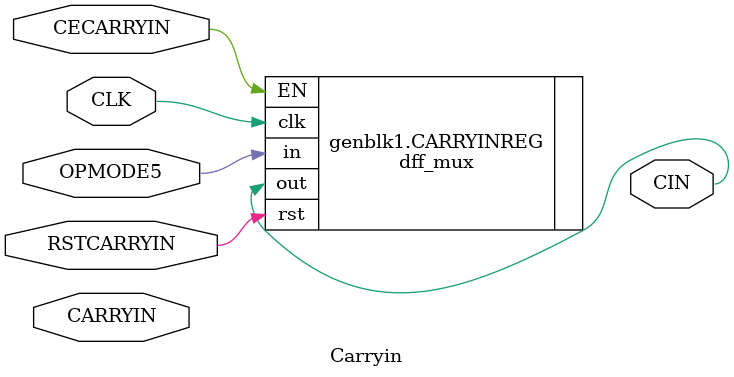
<source format=v>
module Carryin #(parameter CARRYINSEL = "OPMODE5")
			    (input CARRYIN,
			    input OPMODE5,
			    input CLK,
			    input CECARRYIN,
			    input RSTCARRYIN,
			    output CIN);

generate
	if(CARRYINSEL == "OPMODE5") dff_mux #(.size(1),.pipeline(1)) CARRYINREG(.in(OPMODE5),.clk(CLK),.EN(CECARRYIN),.rst(RSTCARRYIN),.out(CIN));
	else dff_mux #(.size(1),.pipeline(1)) CARRYINREG(.in(CARRYIN),.clk(CLK),.EN(CECARRYIN),.rst(RSTCARRYIN),.out(CIN));
endgenerate

endmodule
</source>
